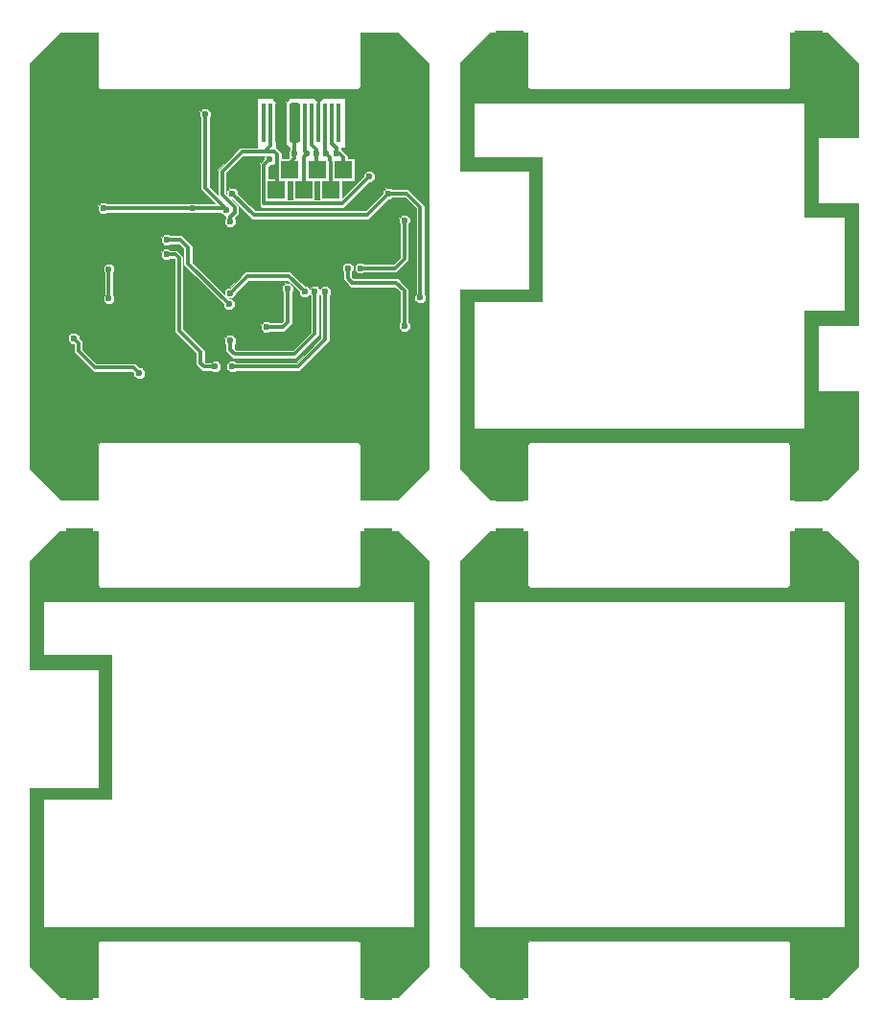
<source format=gbr>
%FSLAX34Y34*%
%MOMM*%
%LNSILK_TOP*%
G71*
G01*
%ADD10C, 0.30*%
%ADD11C, 0.60*%
%ADD12R, 0.30X3.50*%
%ADD13R, 1.50X1.50*%
%ADD14C, 0.10*%
%LPD*%
G36*
X685000Y993000D02*
X709000Y993000D01*
X709000Y945000D01*
X685000Y945000D01*
X685000Y993000D01*
G37*
G36*
X685000Y625000D02*
X709000Y625000D01*
X709000Y577000D01*
X685000Y577000D01*
X685000Y625000D01*
G37*
G36*
X421000Y625000D02*
X445000Y625000D01*
X445000Y577000D01*
X421000Y577000D01*
X421000Y625000D01*
G37*
G36*
X41000Y553000D02*
X65000Y553000D01*
X65000Y505000D01*
X41000Y505000D01*
X41000Y553000D01*
G37*
G36*
X305000Y553000D02*
X329000Y553000D01*
X329000Y505000D01*
X305000Y505000D01*
X305000Y553000D01*
G37*
G36*
X305000Y185000D02*
X329000Y185000D01*
X329000Y137000D01*
X305000Y137000D01*
X305000Y185000D01*
G37*
G36*
X41000Y185000D02*
X65000Y185000D01*
X65000Y137000D01*
X41000Y137000D01*
X41000Y185000D01*
G37*
G36*
X421000Y553000D02*
X445000Y553000D01*
X445000Y505000D01*
X421000Y505000D01*
X421000Y553000D01*
G37*
G36*
X685000Y553000D02*
X709000Y553000D01*
X709000Y505000D01*
X685000Y505000D01*
X685000Y553000D01*
G37*
G36*
X685000Y185000D02*
X709000Y185000D01*
X709000Y137000D01*
X685000Y137000D01*
X685000Y185000D01*
G37*
G36*
X421000Y185000D02*
X445000Y185000D01*
X445000Y137000D01*
X421000Y137000D01*
X421000Y185000D01*
G37*
G54D10*
X276000Y910000D02*
X276000Y893000D01*
X280000Y889000D01*
X280000Y884000D01*
G54D10*
X270000Y910000D02*
X270000Y885000D01*
X271000Y884000D01*
G54D10*
X258000Y910000D02*
X258000Y892000D01*
X262000Y888000D01*
X262000Y884000D01*
G54D10*
X252000Y910000D02*
X252000Y886000D01*
X254000Y884000D01*
G54D10*
X243000Y910000D02*
X243000Y884000D01*
X243000Y884000D02*
G54D11*
D03*
X216000Y911000D02*
G54D12*
D03*
X222000Y911000D02*
G54D12*
D03*
X228000Y911000D02*
G54D12*
D03*
X234000Y911000D02*
G54D12*
D03*
X240000Y911000D02*
G54D12*
D03*
X246000Y911000D02*
G54D12*
D03*
X252000Y911000D02*
G54D12*
D03*
X258000Y911000D02*
G54D12*
D03*
X264000Y911000D02*
G54D12*
D03*
X270000Y911000D02*
G54D12*
D03*
X276000Y911000D02*
G54D12*
D03*
X282000Y911000D02*
G54D12*
D03*
G36*
X229000Y927000D02*
X233000Y927000D01*
X233000Y895000D01*
X229000Y895000D01*
X229000Y927000D01*
G37*
G54D10*
X229000Y927000D02*
X233000Y927000D01*
X233000Y895000D01*
X229000Y895000D01*
X229000Y927000D01*
G36*
X241000Y927000D02*
X245000Y927000D01*
X245000Y895000D01*
X241000Y895000D01*
X241000Y927000D01*
G37*
G54D10*
X241000Y927000D02*
X245000Y927000D01*
X245000Y895000D01*
X241000Y895000D01*
X241000Y927000D01*
X254000Y884000D02*
G54D11*
D03*
X262000Y884000D02*
G54D11*
D03*
X271000Y884000D02*
G54D11*
D03*
X280000Y884000D02*
G54D11*
D03*
G54D10*
X222000Y900000D02*
X222000Y891000D01*
X217000Y886000D01*
X197000Y886000D01*
X179000Y868000D01*
X179000Y848000D01*
X190000Y837000D01*
X190000Y832000D01*
X186000Y828000D01*
X186000Y824000D01*
X326000Y849000D02*
G54D11*
D03*
X340000Y825000D02*
G54D11*
D03*
X340000Y732000D02*
G54D11*
D03*
X354000Y757000D02*
G54D11*
D03*
X290000Y783000D02*
G54D11*
D03*
X301000Y783000D02*
G54D11*
D03*
G54D10*
X340000Y732000D02*
X340000Y763000D01*
X333000Y770000D01*
X294000Y770000D01*
X290000Y774000D01*
X290000Y783000D01*
G54D10*
X340000Y825000D02*
X340000Y791000D01*
X332000Y783000D01*
X301000Y783000D01*
G54D10*
X354000Y825000D02*
X354000Y757000D01*
X261000Y762000D02*
G54D11*
D03*
X270000Y762000D02*
G54D11*
D03*
X186000Y719000D02*
G54D11*
D03*
X188000Y696000D02*
G54D11*
D03*
G54D10*
X186000Y719000D02*
X186000Y711000D01*
X190000Y707000D01*
X243000Y707000D01*
X261000Y725000D01*
X261000Y762000D01*
G54D10*
X188000Y696000D02*
X246000Y696000D01*
X270000Y720000D01*
X270000Y762000D01*
X130000Y808000D02*
G54D11*
D03*
X130000Y795000D02*
G54D11*
D03*
X185000Y751000D02*
G54D11*
D03*
X173000Y696000D02*
G54D11*
D03*
G54D10*
X130000Y795000D02*
X138000Y795000D01*
X141000Y792000D01*
X141000Y728000D01*
X160000Y709000D01*
X160000Y699000D01*
X163000Y696000D01*
X173000Y696000D01*
G54D10*
X130000Y808000D02*
X142000Y808000D01*
X149000Y801000D01*
X149000Y787000D01*
X185000Y751000D01*
X106000Y690000D02*
G54D11*
D03*
X48000Y721000D02*
G54D11*
D03*
G54D10*
X48000Y721000D02*
X52000Y717000D01*
X52000Y710000D01*
X67000Y695000D01*
X101000Y695000D01*
X106000Y690000D01*
G54D10*
X79000Y782000D02*
X79000Y756000D01*
X79000Y782000D02*
G54D11*
D03*
X79000Y756000D02*
G54D11*
D03*
G54D10*
X183000Y834000D02*
X181000Y836000D01*
X74000Y836000D01*
X183000Y834000D02*
G54D11*
D03*
X74000Y836000D02*
G54D11*
D03*
X186000Y824000D02*
G54D11*
D03*
X252000Y762000D02*
G54D11*
D03*
X186000Y761000D02*
G54D11*
D03*
G54D10*
X186000Y761000D02*
X201000Y776000D01*
X238000Y776000D01*
X252000Y762000D01*
X164000Y919000D02*
G54D11*
D03*
G54D10*
X164000Y919000D02*
X164000Y854000D01*
X183000Y835000D01*
X183000Y834000D01*
X309000Y864000D02*
G54D11*
D03*
X221000Y879000D02*
G54D11*
D03*
G54D10*
X221000Y879000D02*
X216000Y874000D01*
X216000Y840000D01*
X285000Y840000D01*
X309000Y864000D01*
X237000Y765000D02*
G54D11*
D03*
X218000Y731000D02*
G54D11*
D03*
G54D10*
X237000Y765000D02*
X237000Y735000D01*
X233000Y731000D01*
X218000Y731000D01*
X188000Y849000D02*
G54D11*
D03*
G54D10*
X188000Y849000D02*
X207000Y830000D01*
X307000Y830000D01*
X326000Y849000D01*
X342000Y849000D01*
X354000Y837000D01*
X354000Y825000D01*
X286000Y870000D02*
G54D13*
D03*
X263000Y870000D02*
G54D13*
D03*
X239000Y870000D02*
G54D13*
D03*
X251000Y852000D02*
G54D13*
D03*
X275000Y852000D02*
G54D13*
D03*
X227000Y852000D02*
G54D13*
D03*
G54D10*
X280000Y884000D02*
X283000Y884000D01*
X286000Y881000D01*
X286000Y870000D01*
G54D10*
X271000Y884000D02*
X274000Y881000D01*
X274000Y878000D01*
X275000Y877000D01*
X275000Y852000D01*
G54D10*
X262000Y884000D02*
X262000Y871000D01*
X263000Y870000D01*
G54D10*
X254000Y884000D02*
X251000Y881000D01*
X251000Y852000D01*
G54D10*
X243000Y884000D02*
X243000Y880000D01*
X238000Y875000D01*
G54D10*
X217000Y886000D02*
X225000Y886000D01*
X228000Y883000D01*
X228000Y853000D01*
X227000Y852000D01*
X324000Y870000D02*
G54D13*
D03*
G36*
X69000Y991000D02*
X69000Y943000D01*
X71000Y941000D01*
X299000Y941000D01*
X301000Y943000D01*
X301000Y991000D01*
X334000Y991000D01*
X361000Y964000D01*
X361000Y927000D01*
X288000Y927000D01*
X288000Y933000D01*
X9000Y933000D01*
X9000Y964000D01*
X36000Y991000D01*
X69000Y991000D01*
G37*
G54D14*
X69000Y991000D02*
X69000Y943000D01*
X71000Y941000D01*
X299000Y941000D01*
X301000Y943000D01*
X301000Y991000D01*
X334000Y991000D01*
X361000Y964000D01*
X361000Y927000D01*
X288000Y927000D01*
X288000Y933000D01*
X9000Y933000D01*
X9000Y964000D01*
X36000Y991000D01*
X69000Y991000D01*
G36*
X69000Y579000D02*
X69000Y627000D01*
X71000Y629000D01*
X299000Y629000D01*
X301000Y627000D01*
X301000Y579000D01*
X334000Y579000D01*
X361000Y606000D01*
X361000Y684000D01*
X9000Y684000D01*
X9000Y606000D01*
X36000Y579000D01*
X69000Y579000D01*
G37*
G54D14*
X69000Y579000D02*
X69000Y627000D01*
X71000Y629000D01*
X299000Y629000D01*
X301000Y627000D01*
X301000Y579000D01*
X334000Y579000D01*
X361000Y606000D01*
X361000Y684000D01*
X9000Y684000D01*
X9000Y606000D01*
X36000Y579000D01*
X69000Y579000D01*
G36*
X9000Y933000D02*
X9000Y684000D01*
X42000Y684000D01*
X42000Y933000D01*
X9000Y933000D01*
G37*
G54D14*
X9000Y933000D02*
X9000Y684000D01*
X42000Y684000D01*
X42000Y933000D01*
X9000Y933000D01*
G36*
X232000Y880000D02*
X232000Y884000D01*
X227000Y889000D01*
X239000Y889000D01*
X239000Y887000D01*
X238000Y886000D01*
X238000Y884000D01*
X238000Y880000D01*
X232000Y880000D01*
G37*
G54D14*
X232000Y880000D02*
X232000Y884000D01*
X227000Y889000D01*
X239000Y889000D01*
X239000Y887000D01*
X238000Y886000D01*
X238000Y884000D01*
X238000Y880000D01*
X232000Y880000D01*
G36*
X237000Y860000D02*
X241000Y860000D01*
X241000Y844000D01*
X237000Y844000D01*
X237000Y860000D01*
G37*
G54D14*
X237000Y860000D02*
X241000Y860000D01*
X241000Y844000D01*
X237000Y844000D01*
X237000Y860000D01*
G36*
X261000Y860000D02*
X265000Y860000D01*
X265000Y844000D01*
X261000Y844000D01*
X261000Y860000D01*
G37*
G54D14*
X261000Y860000D02*
X265000Y860000D01*
X265000Y844000D01*
X261000Y844000D01*
X261000Y860000D01*
G36*
X225000Y862000D02*
X225000Y874000D01*
X225000Y875000D01*
X224000Y874000D01*
X222000Y874000D01*
X220000Y872000D01*
X220000Y862000D01*
X225000Y862000D01*
G37*
G54D14*
X225000Y862000D02*
X225000Y874000D01*
X225000Y875000D01*
X224000Y874000D01*
X222000Y874000D01*
X220000Y872000D01*
X220000Y862000D01*
X225000Y862000D01*
G36*
X209000Y882000D02*
X198000Y882000D01*
X183000Y867000D01*
X183000Y853000D01*
X183000Y849000D01*
X183000Y851000D01*
X186000Y854000D01*
X190000Y854000D01*
X193000Y851000D01*
X193000Y850000D01*
X193000Y849000D01*
X208000Y834000D01*
X216000Y834000D01*
X212000Y838000D01*
X212000Y875000D01*
X216000Y879000D01*
X216000Y881000D01*
X217000Y882000D01*
X209000Y882000D01*
G37*
G54D14*
X209000Y882000D02*
X198000Y882000D01*
X183000Y867000D01*
X183000Y853000D01*
X183000Y849000D01*
X183000Y851000D01*
X186000Y854000D01*
X190000Y854000D01*
X193000Y851000D01*
X193000Y850000D01*
X193000Y849000D01*
X208000Y834000D01*
X216000Y834000D01*
X212000Y838000D01*
X212000Y875000D01*
X216000Y879000D01*
X216000Y881000D01*
X217000Y882000D01*
X209000Y882000D01*
G36*
X210000Y836000D02*
X210000Y834000D01*
X305000Y834000D01*
X305000Y855000D01*
X286000Y836000D01*
X210000Y836000D01*
G37*
G54D14*
X210000Y836000D02*
X210000Y834000D01*
X305000Y834000D01*
X305000Y855000D01*
X286000Y836000D01*
X210000Y836000D01*
G36*
X358000Y812000D02*
X361000Y812000D01*
X361000Y927000D01*
X288000Y927000D01*
X288000Y889000D01*
X284000Y889000D01*
X284000Y888000D01*
X290000Y882000D01*
X290000Y880000D01*
X296000Y880000D01*
X296000Y860000D01*
X285000Y860000D01*
X285000Y845000D01*
X304000Y864000D01*
X304000Y866000D01*
X307000Y869000D01*
X311000Y869000D01*
X314000Y866000D01*
X314000Y860000D01*
X314000Y862000D01*
X311000Y859000D01*
X309000Y859000D01*
X305000Y855000D01*
X305000Y834000D01*
X306000Y834000D01*
X321000Y849000D01*
X321000Y851000D01*
X324000Y854000D01*
X328000Y854000D01*
X329000Y853000D01*
X343000Y853000D01*
X358000Y838000D01*
X358000Y812000D01*
G37*
G54D14*
X358000Y812000D02*
X361000Y812000D01*
X361000Y927000D01*
X288000Y927000D01*
X288000Y889000D01*
X284000Y889000D01*
X284000Y888000D01*
X290000Y882000D01*
X290000Y880000D01*
X296000Y880000D01*
X296000Y860000D01*
X285000Y860000D01*
X285000Y845000D01*
X304000Y864000D01*
X304000Y866000D01*
X307000Y869000D01*
X311000Y869000D01*
X314000Y866000D01*
X314000Y860000D01*
X314000Y862000D01*
X311000Y859000D01*
X309000Y859000D01*
X305000Y855000D01*
X305000Y834000D01*
X306000Y834000D01*
X321000Y849000D01*
X321000Y851000D01*
X324000Y854000D01*
X328000Y854000D01*
X329000Y853000D01*
X343000Y853000D01*
X358000Y838000D01*
X358000Y812000D01*
G36*
X164000Y924000D02*
X164000Y933000D01*
X210000Y933000D01*
X210000Y889000D01*
X195000Y889000D01*
X175000Y869000D01*
X175000Y848000D01*
X168000Y855000D01*
X168000Y916000D01*
X169000Y917000D01*
X169000Y921000D01*
X166000Y924000D01*
X164000Y924000D01*
G37*
G54D14*
X164000Y924000D02*
X164000Y933000D01*
X210000Y933000D01*
X210000Y889000D01*
X195000Y889000D01*
X175000Y869000D01*
X175000Y848000D01*
X168000Y855000D01*
X168000Y916000D01*
X169000Y917000D01*
X169000Y921000D01*
X166000Y924000D01*
X164000Y924000D01*
G36*
X173000Y840000D02*
X160000Y853000D01*
X160000Y916000D01*
X159000Y917000D01*
X159000Y921000D01*
X162000Y924000D01*
X164000Y924000D01*
X164000Y933000D01*
X42000Y933000D01*
X42000Y836000D01*
X69000Y836000D01*
X69000Y838000D01*
X72000Y841000D01*
X76000Y841000D01*
X77000Y840000D01*
X173000Y840000D01*
G37*
G54D14*
X173000Y840000D02*
X160000Y853000D01*
X160000Y916000D01*
X159000Y917000D01*
X159000Y921000D01*
X162000Y924000D01*
X164000Y924000D01*
X164000Y933000D01*
X42000Y933000D01*
X42000Y836000D01*
X69000Y836000D01*
X69000Y838000D01*
X72000Y841000D01*
X76000Y841000D01*
X77000Y840000D01*
X173000Y840000D01*
G36*
X43000Y721000D02*
X43000Y719000D01*
X46000Y716000D01*
X48000Y716000D01*
X48000Y709000D01*
X66000Y691000D01*
X100000Y691000D01*
X101000Y690000D01*
X101000Y688000D01*
X104000Y685000D01*
X106000Y685000D01*
X106000Y684000D01*
X42000Y684000D01*
X42000Y721000D01*
X43000Y721000D01*
G37*
G54D14*
X43000Y721000D02*
X43000Y719000D01*
X46000Y716000D01*
X48000Y716000D01*
X48000Y709000D01*
X66000Y691000D01*
X100000Y691000D01*
X101000Y690000D01*
X101000Y688000D01*
X104000Y685000D01*
X106000Y685000D01*
X106000Y684000D01*
X42000Y684000D01*
X42000Y721000D01*
X43000Y721000D01*
G36*
X358000Y812000D02*
X361000Y812000D01*
X361000Y684000D01*
X358000Y684000D01*
X358000Y754000D01*
X359000Y755000D01*
X359000Y759000D01*
X358000Y760000D01*
X358000Y812000D01*
G37*
G54D14*
X358000Y812000D02*
X361000Y812000D01*
X361000Y684000D01*
X358000Y684000D01*
X358000Y754000D01*
X359000Y755000D01*
X359000Y759000D01*
X358000Y760000D01*
X358000Y812000D01*
G36*
X130000Y832000D02*
X130000Y813000D01*
X128000Y813000D01*
X125000Y810000D01*
X125000Y806000D01*
X128000Y803000D01*
X130000Y803000D01*
X130000Y800000D01*
X128000Y800000D01*
X125000Y797000D01*
X125000Y793000D01*
X128000Y790000D01*
X130000Y790000D01*
X132000Y790000D01*
X133000Y791000D01*
X137000Y791000D01*
X137000Y727000D01*
X156000Y708000D01*
X156000Y684000D01*
X106000Y684000D01*
X106000Y685000D01*
X108000Y685000D01*
X111000Y688000D01*
X111000Y692000D01*
X108000Y695000D01*
X106000Y695000D01*
X102000Y699000D01*
X68000Y699000D01*
X56000Y711000D01*
X56000Y718000D01*
X53000Y721000D01*
X53000Y723000D01*
X50000Y726000D01*
X46000Y726000D01*
X43000Y723000D01*
X43000Y721000D01*
X42000Y721000D01*
X42000Y836000D01*
X69000Y836000D01*
X69000Y782000D01*
X74000Y782000D01*
X74000Y780000D01*
X75000Y779000D01*
X75000Y759000D01*
X74000Y758000D01*
X74000Y754000D01*
X77000Y751000D01*
X81000Y751000D01*
X84000Y754000D01*
X84000Y758000D01*
X83000Y759000D01*
X83000Y779000D01*
X84000Y780000D01*
X84000Y832000D01*
X130000Y832000D01*
G37*
G54D14*
X130000Y832000D02*
X130000Y813000D01*
X128000Y813000D01*
X125000Y810000D01*
X125000Y806000D01*
X128000Y803000D01*
X130000Y803000D01*
X130000Y800000D01*
X128000Y800000D01*
X125000Y797000D01*
X125000Y793000D01*
X128000Y790000D01*
X130000Y790000D01*
X132000Y790000D01*
X133000Y791000D01*
X137000Y791000D01*
X137000Y727000D01*
X156000Y708000D01*
X156000Y684000D01*
X106000Y684000D01*
X106000Y685000D01*
X108000Y685000D01*
X111000Y688000D01*
X111000Y692000D01*
X108000Y695000D01*
X106000Y695000D01*
X102000Y699000D01*
X68000Y699000D01*
X56000Y711000D01*
X56000Y718000D01*
X53000Y721000D01*
X53000Y723000D01*
X50000Y726000D01*
X46000Y726000D01*
X43000Y723000D01*
X43000Y721000D01*
X42000Y721000D01*
X42000Y836000D01*
X69000Y836000D01*
X69000Y782000D01*
X74000Y782000D01*
X74000Y780000D01*
X75000Y779000D01*
X75000Y759000D01*
X74000Y758000D01*
X74000Y754000D01*
X77000Y751000D01*
X81000Y751000D01*
X84000Y754000D01*
X84000Y758000D01*
X83000Y759000D01*
X83000Y779000D01*
X84000Y780000D01*
X84000Y832000D01*
X130000Y832000D01*
G36*
X77000Y832000D02*
X84000Y832000D01*
X84000Y784000D01*
X81000Y787000D01*
X77000Y787000D01*
X74000Y784000D01*
X74000Y782000D01*
X69000Y782000D01*
X69000Y834000D01*
X71000Y832000D01*
X72000Y831000D01*
X76000Y831000D01*
X77000Y832000D01*
G37*
G54D14*
X77000Y832000D02*
X84000Y832000D01*
X84000Y784000D01*
X81000Y787000D01*
X77000Y787000D01*
X74000Y784000D01*
X74000Y782000D01*
X69000Y782000D01*
X69000Y834000D01*
X71000Y832000D01*
X72000Y831000D01*
X76000Y831000D01*
X77000Y832000D01*
G36*
X141000Y804000D02*
X145000Y800000D01*
X145000Y783000D01*
X145000Y793000D01*
X139000Y799000D01*
X133000Y799000D01*
X132000Y800000D01*
X130000Y800000D01*
X130000Y803000D01*
X132000Y803000D01*
X133000Y804000D01*
X141000Y804000D01*
G37*
G54D14*
X141000Y804000D02*
X145000Y800000D01*
X145000Y783000D01*
X145000Y793000D01*
X139000Y799000D01*
X133000Y799000D01*
X132000Y800000D01*
X130000Y800000D01*
X130000Y803000D01*
X132000Y803000D01*
X133000Y804000D01*
X141000Y804000D01*
G36*
X145000Y786000D02*
X180000Y751000D01*
X180000Y749000D01*
X183000Y746000D01*
X187000Y746000D01*
X187000Y724000D01*
X184000Y724000D01*
X181000Y721000D01*
X181000Y717000D01*
X182000Y716000D01*
X182000Y710000D01*
X164000Y710000D01*
X145000Y729000D01*
X145000Y786000D01*
G37*
G54D14*
X145000Y786000D02*
X180000Y751000D01*
X180000Y749000D01*
X183000Y746000D01*
X187000Y746000D01*
X187000Y724000D01*
X184000Y724000D01*
X181000Y721000D01*
X181000Y717000D01*
X182000Y716000D01*
X182000Y710000D01*
X164000Y710000D01*
X145000Y729000D01*
X145000Y786000D01*
G36*
X164000Y710000D02*
X182000Y710000D01*
X189000Y703000D01*
X244000Y703000D01*
X265000Y724000D01*
X265000Y759000D01*
X266000Y759000D01*
X266000Y721000D01*
X245000Y700000D01*
X191000Y700000D01*
X190000Y701000D01*
X186000Y701000D01*
X183000Y698000D01*
X183000Y696000D01*
X178000Y696000D01*
X178000Y698000D01*
X175000Y701000D01*
X171000Y701000D01*
X170000Y700000D01*
X164000Y700000D01*
X164000Y710000D01*
G37*
G54D14*
X164000Y710000D02*
X182000Y710000D01*
X189000Y703000D01*
X244000Y703000D01*
X265000Y724000D01*
X265000Y759000D01*
X266000Y759000D01*
X266000Y721000D01*
X245000Y700000D01*
X191000Y700000D01*
X190000Y701000D01*
X186000Y701000D01*
X183000Y698000D01*
X183000Y696000D01*
X178000Y696000D01*
X178000Y698000D01*
X175000Y701000D01*
X171000Y701000D01*
X170000Y700000D01*
X164000Y700000D01*
X164000Y710000D01*
G36*
X191000Y711000D02*
X190000Y712000D01*
X190000Y716000D01*
X191000Y717000D01*
X191000Y721000D01*
X188000Y724000D01*
X187000Y724000D01*
X187000Y746000D01*
X190000Y749000D01*
X190000Y753000D01*
X187000Y756000D01*
X185000Y756000D01*
X187000Y756000D01*
X188000Y756000D01*
X191000Y759000D01*
X191000Y761000D01*
X202000Y772000D01*
X237000Y772000D01*
X237000Y770000D01*
X235000Y770000D01*
X232000Y767000D01*
X232000Y763000D01*
X233000Y762000D01*
X233000Y736000D01*
X232000Y735000D01*
X221000Y735000D01*
X220000Y736000D01*
X216000Y736000D01*
X213000Y733000D01*
X213000Y729000D01*
X216000Y726000D01*
X220000Y726000D01*
X221000Y727000D01*
X225000Y727000D01*
X225000Y711000D01*
X191000Y711000D01*
G37*
G54D14*
X191000Y711000D02*
X190000Y712000D01*
X190000Y716000D01*
X191000Y717000D01*
X191000Y721000D01*
X188000Y724000D01*
X187000Y724000D01*
X187000Y746000D01*
X190000Y749000D01*
X190000Y753000D01*
X187000Y756000D01*
X185000Y756000D01*
X187000Y756000D01*
X188000Y756000D01*
X191000Y759000D01*
X191000Y761000D01*
X202000Y772000D01*
X237000Y772000D01*
X237000Y770000D01*
X235000Y770000D01*
X232000Y767000D01*
X232000Y763000D01*
X233000Y762000D01*
X233000Y736000D01*
X232000Y735000D01*
X221000Y735000D01*
X220000Y736000D01*
X216000Y736000D01*
X213000Y733000D01*
X213000Y729000D01*
X216000Y726000D01*
X220000Y726000D01*
X221000Y727000D01*
X225000Y727000D01*
X225000Y711000D01*
X191000Y711000D01*
G36*
X225000Y711000D02*
X225000Y727000D01*
X234000Y727000D01*
X241000Y734000D01*
X241000Y762000D01*
X242000Y763000D01*
X242000Y767000D01*
X239000Y770000D01*
X237000Y770000D01*
X237000Y772000D01*
X247000Y762000D01*
X247000Y760000D01*
X250000Y757000D01*
X254000Y757000D01*
X256000Y759000D01*
X257000Y759000D01*
X257000Y726000D01*
X242000Y711000D01*
X225000Y711000D01*
G37*
G54D14*
X225000Y711000D02*
X225000Y727000D01*
X234000Y727000D01*
X241000Y734000D01*
X241000Y762000D01*
X242000Y763000D01*
X242000Y767000D01*
X239000Y770000D01*
X237000Y770000D01*
X237000Y772000D01*
X247000Y762000D01*
X247000Y760000D01*
X250000Y757000D01*
X254000Y757000D01*
X256000Y759000D01*
X257000Y759000D01*
X257000Y726000D01*
X242000Y711000D01*
X225000Y711000D01*
G36*
X217000Y780000D02*
X200000Y780000D01*
X186000Y766000D01*
X184000Y766000D01*
X181000Y763000D01*
X181000Y760000D01*
X153000Y788000D01*
X153000Y802000D01*
X143000Y812000D01*
X133000Y812000D01*
X132000Y813000D01*
X130000Y813000D01*
X130000Y832000D01*
X178000Y832000D01*
X180000Y830000D01*
X181000Y829000D01*
X182000Y828000D01*
X182000Y827000D01*
X181000Y826000D01*
X181000Y822000D01*
X184000Y819000D01*
X188000Y819000D01*
X191000Y822000D01*
X191000Y826000D01*
X190000Y827000D01*
X194000Y831000D01*
X194000Y838000D01*
X188000Y844000D01*
X206000Y826000D01*
X217000Y826000D01*
X217000Y780000D01*
G37*
G54D14*
X217000Y780000D02*
X200000Y780000D01*
X186000Y766000D01*
X184000Y766000D01*
X181000Y763000D01*
X181000Y760000D01*
X153000Y788000D01*
X153000Y802000D01*
X143000Y812000D01*
X133000Y812000D01*
X132000Y813000D01*
X130000Y813000D01*
X130000Y832000D01*
X178000Y832000D01*
X180000Y830000D01*
X181000Y829000D01*
X182000Y828000D01*
X182000Y827000D01*
X181000Y826000D01*
X181000Y822000D01*
X184000Y819000D01*
X188000Y819000D01*
X191000Y822000D01*
X191000Y826000D01*
X190000Y827000D01*
X194000Y831000D01*
X194000Y838000D01*
X188000Y844000D01*
X206000Y826000D01*
X217000Y826000D01*
X217000Y780000D01*
G54D14*
X262000Y826000D02*
X290000Y826000D01*
X290000Y788000D01*
X288000Y788000D01*
X285000Y785000D01*
X285000Y781000D01*
X286000Y780000D01*
X286000Y762000D01*
X275000Y762000D01*
X275000Y764000D01*
X272000Y767000D01*
X268000Y767000D01*
X266000Y765000D01*
X265000Y765000D01*
X263000Y767000D01*
X259000Y767000D01*
X257000Y765000D01*
X256000Y765000D01*
X254000Y767000D01*
X252000Y767000D01*
X239000Y780000D01*
X217000Y780000D01*
X217000Y826000D01*
X262000Y826000D01*
G36*
X290000Y826000D02*
X290000Y788000D01*
X288000Y788000D01*
X285000Y785000D01*
X285000Y781000D01*
X286000Y780000D01*
X286000Y762000D01*
X275000Y762000D01*
X275000Y764000D01*
X272000Y767000D01*
X268000Y767000D01*
X266000Y765000D01*
X265000Y765000D01*
X263000Y767000D01*
X259000Y767000D01*
X257000Y765000D01*
X256000Y765000D01*
X254000Y767000D01*
X252000Y767000D01*
X239000Y780000D01*
X217000Y780000D01*
X217000Y826000D01*
X290000Y826000D01*
G37*
G54D14*
X290000Y826000D02*
X290000Y788000D01*
X288000Y788000D01*
X285000Y785000D01*
X285000Y781000D01*
X286000Y780000D01*
X286000Y762000D01*
X275000Y762000D01*
X275000Y764000D01*
X272000Y767000D01*
X268000Y767000D01*
X266000Y765000D01*
X265000Y765000D01*
X263000Y767000D01*
X259000Y767000D01*
X257000Y765000D01*
X256000Y765000D01*
X254000Y767000D01*
X252000Y767000D01*
X239000Y780000D01*
X217000Y780000D01*
X217000Y826000D01*
X290000Y826000D01*
G36*
X345000Y732000D02*
X345000Y734000D01*
X344000Y735000D01*
X344000Y764000D01*
X334000Y774000D01*
X295000Y774000D01*
X294000Y775000D01*
X294000Y780000D01*
X295000Y781000D01*
X295000Y783000D01*
X296000Y783000D01*
X296000Y781000D01*
X299000Y778000D01*
X303000Y778000D01*
X304000Y779000D01*
X333000Y779000D01*
X344000Y790000D01*
X344000Y822000D01*
X345000Y823000D01*
X345000Y827000D01*
X342000Y830000D01*
X338000Y830000D01*
X335000Y827000D01*
X335000Y823000D01*
X336000Y822000D01*
X336000Y792000D01*
X331000Y787000D01*
X304000Y787000D01*
X303000Y788000D01*
X299000Y788000D01*
X296000Y785000D01*
X296000Y783000D01*
X295000Y783000D01*
X295000Y785000D01*
X292000Y788000D01*
X290000Y788000D01*
X290000Y826000D01*
X308000Y826000D01*
X326000Y844000D01*
X328000Y844000D01*
X329000Y845000D01*
X341000Y845000D01*
X350000Y836000D01*
X350000Y760000D01*
X349000Y759000D01*
X349000Y755000D01*
X352000Y752000D01*
X356000Y752000D01*
X358000Y754000D01*
X358000Y732000D01*
X345000Y732000D01*
G37*
G54D14*
X345000Y732000D02*
X345000Y734000D01*
X344000Y735000D01*
X344000Y764000D01*
X334000Y774000D01*
X295000Y774000D01*
X294000Y775000D01*
X294000Y780000D01*
X295000Y781000D01*
X295000Y783000D01*
X296000Y783000D01*
X296000Y781000D01*
X299000Y778000D01*
X303000Y778000D01*
X304000Y779000D01*
X333000Y779000D01*
X344000Y790000D01*
X344000Y822000D01*
X345000Y823000D01*
X345000Y827000D01*
X342000Y830000D01*
X338000Y830000D01*
X335000Y827000D01*
X335000Y823000D01*
X336000Y822000D01*
X336000Y792000D01*
X331000Y787000D01*
X304000Y787000D01*
X303000Y788000D01*
X299000Y788000D01*
X296000Y785000D01*
X296000Y783000D01*
X295000Y783000D01*
X295000Y785000D01*
X292000Y788000D01*
X290000Y788000D01*
X290000Y826000D01*
X308000Y826000D01*
X326000Y844000D01*
X328000Y844000D01*
X329000Y845000D01*
X341000Y845000D01*
X350000Y836000D01*
X350000Y760000D01*
X349000Y759000D01*
X349000Y755000D01*
X352000Y752000D01*
X356000Y752000D01*
X358000Y754000D01*
X358000Y732000D01*
X345000Y732000D01*
G36*
X332000Y766000D02*
X336000Y762000D01*
X336000Y735000D01*
X335000Y734000D01*
X335000Y730000D01*
X338000Y727000D01*
X342000Y727000D01*
X345000Y730000D01*
X345000Y732000D01*
X358000Y732000D01*
X358000Y684000D01*
X156000Y684000D01*
X156000Y698000D01*
X162000Y692000D01*
X170000Y692000D01*
X171000Y691000D01*
X175000Y691000D01*
X178000Y694000D01*
X178000Y696000D01*
X183000Y696000D01*
X183000Y694000D01*
X186000Y691000D01*
X190000Y691000D01*
X191000Y692000D01*
X247000Y692000D01*
X274000Y719000D01*
X274000Y759000D01*
X275000Y760000D01*
X275000Y762000D01*
X286000Y762000D01*
X286000Y773000D01*
X293000Y766000D01*
X332000Y766000D01*
G37*
G54D14*
X332000Y766000D02*
X336000Y762000D01*
X336000Y735000D01*
X335000Y734000D01*
X335000Y730000D01*
X338000Y727000D01*
X342000Y727000D01*
X345000Y730000D01*
X345000Y732000D01*
X358000Y732000D01*
X358000Y684000D01*
X156000Y684000D01*
X156000Y698000D01*
X162000Y692000D01*
X170000Y692000D01*
X171000Y691000D01*
X175000Y691000D01*
X178000Y694000D01*
X178000Y696000D01*
X183000Y696000D01*
X183000Y694000D01*
X186000Y691000D01*
X190000Y691000D01*
X191000Y692000D01*
X247000Y692000D01*
X274000Y719000D01*
X274000Y759000D01*
X275000Y760000D01*
X275000Y762000D01*
X286000Y762000D01*
X286000Y773000D01*
X293000Y766000D01*
X332000Y766000D01*
G36*
X227000Y928000D02*
X227000Y929000D01*
X223000Y933000D01*
X239000Y933000D01*
X235000Y929000D01*
X235000Y928000D01*
X227000Y928000D01*
G37*
G54D14*
X227000Y928000D02*
X227000Y929000D01*
X223000Y933000D01*
X239000Y933000D01*
X235000Y929000D01*
X235000Y928000D01*
X227000Y928000D01*
G36*
X227000Y894000D02*
X227000Y889000D01*
X239000Y889000D01*
X235000Y893000D01*
X235000Y894000D01*
X227000Y894000D01*
G37*
G54D14*
X227000Y894000D02*
X227000Y889000D01*
X239000Y889000D01*
X235000Y893000D01*
X235000Y894000D01*
X227000Y894000D01*
G36*
X265000Y928000D02*
X265000Y930000D01*
X268000Y933000D01*
X260000Y933000D01*
X263000Y930000D01*
X263000Y928000D01*
X265000Y928000D01*
G37*
G54D14*
X265000Y928000D02*
X265000Y930000D01*
X268000Y933000D01*
X260000Y933000D01*
X263000Y930000D01*
X263000Y928000D01*
X265000Y928000D01*
X200000Y899000D02*
G54D11*
D03*
X317000Y911000D02*
G54D11*
D03*
X22000Y875000D02*
G54D11*
D03*
X198000Y871000D02*
G54D11*
D03*
X211000Y719000D02*
G54D11*
D03*
X211000Y686000D02*
G54D11*
D03*
X290000Y686000D02*
G54D11*
D03*
X290000Y719000D02*
G54D11*
D03*
X313000Y757000D02*
G54D11*
D03*
X199000Y784000D02*
G54D11*
D03*
X225000Y797000D02*
G54D11*
D03*
X234000Y806000D02*
G54D11*
D03*
X243000Y797000D02*
G54D11*
D03*
X252000Y806000D02*
G54D11*
D03*
X261000Y797000D02*
G54D11*
D03*
X270000Y806000D02*
G54D11*
D03*
X225000Y815000D02*
G54D11*
D03*
X243000Y815000D02*
G54D11*
D03*
X262000Y814000D02*
G54D11*
D03*
X142000Y658000D02*
G54D11*
D03*
G36*
X449000Y579000D02*
X449000Y627000D01*
X451000Y629000D01*
X679000Y629000D01*
X681000Y627000D01*
X681000Y579000D01*
X714000Y579000D01*
X741000Y606000D01*
X741000Y641000D01*
X389000Y641000D01*
X389000Y606000D01*
X416000Y579000D01*
X449000Y579000D01*
G37*
G54D14*
X449000Y579000D02*
X449000Y627000D01*
X451000Y629000D01*
X679000Y629000D01*
X681000Y627000D01*
X681000Y579000D01*
X714000Y579000D01*
X741000Y606000D01*
X741000Y641000D01*
X389000Y641000D01*
X389000Y606000D01*
X416000Y579000D01*
X449000Y579000D01*
G36*
X449000Y991000D02*
X449000Y943000D01*
X451000Y941000D01*
X679000Y941000D01*
X681000Y943000D01*
X681000Y991000D01*
X714000Y991000D01*
X741000Y964000D01*
X741000Y929000D01*
X389000Y929000D01*
X389000Y964000D01*
X416000Y991000D01*
X449000Y991000D01*
G37*
G54D14*
X449000Y991000D02*
X449000Y943000D01*
X451000Y941000D01*
X679000Y941000D01*
X681000Y943000D01*
X681000Y991000D01*
X714000Y991000D01*
X741000Y964000D01*
X741000Y929000D01*
X389000Y929000D01*
X389000Y964000D01*
X416000Y991000D01*
X449000Y991000D01*
G36*
X389000Y929000D02*
X401000Y929000D01*
X401000Y881000D01*
X461000Y881000D01*
X461000Y754000D01*
X401000Y754000D01*
X401000Y641000D01*
X389000Y641000D01*
X389000Y764000D01*
X450000Y764000D01*
X450000Y869000D01*
X389000Y869000D01*
X389000Y929000D01*
G37*
G54D14*
X389000Y929000D02*
X401000Y929000D01*
X401000Y881000D01*
X461000Y881000D01*
X461000Y754000D01*
X401000Y754000D01*
X401000Y641000D01*
X389000Y641000D01*
X389000Y764000D01*
X450000Y764000D01*
X450000Y869000D01*
X389000Y869000D01*
X389000Y929000D01*
G36*
X741000Y899000D02*
X705000Y899000D01*
X705000Y840000D01*
X741000Y840000D01*
X741000Y733000D01*
X705000Y733000D01*
X705000Y674000D01*
X741000Y674000D01*
X741000Y641000D01*
X693000Y641000D01*
X693000Y745000D01*
X729000Y745000D01*
X729000Y828000D01*
X693000Y828000D01*
X693000Y929000D01*
X741000Y929000D01*
X741000Y899000D01*
G37*
G54D14*
X741000Y899000D02*
X705000Y899000D01*
X705000Y840000D01*
X741000Y840000D01*
X741000Y733000D01*
X705000Y733000D01*
X705000Y674000D01*
X741000Y674000D01*
X741000Y641000D01*
X693000Y641000D01*
X693000Y745000D01*
X729000Y745000D01*
X729000Y828000D01*
X693000Y828000D01*
X693000Y929000D01*
X741000Y929000D01*
X741000Y899000D01*
G36*
X69000Y139000D02*
X69000Y187000D01*
X71000Y189000D01*
X299000Y189000D01*
X301000Y187000D01*
X301000Y139000D01*
X334000Y139000D01*
X361000Y166000D01*
X361000Y201000D01*
X9000Y201000D01*
X9000Y166000D01*
X36000Y139000D01*
X69000Y139000D01*
G37*
G54D14*
X69000Y139000D02*
X69000Y187000D01*
X71000Y189000D01*
X299000Y189000D01*
X301000Y187000D01*
X301000Y139000D01*
X334000Y139000D01*
X361000Y166000D01*
X361000Y201000D01*
X9000Y201000D01*
X9000Y166000D01*
X36000Y139000D01*
X69000Y139000D01*
G36*
X69000Y551000D02*
X69000Y503000D01*
X71000Y501000D01*
X299000Y501000D01*
X301000Y503000D01*
X301000Y551000D01*
X334000Y551000D01*
X361000Y524000D01*
X361000Y489000D01*
X9000Y489000D01*
X9000Y524000D01*
X36000Y551000D01*
X69000Y551000D01*
G37*
G54D14*
X69000Y551000D02*
X69000Y503000D01*
X71000Y501000D01*
X299000Y501000D01*
X301000Y503000D01*
X301000Y551000D01*
X334000Y551000D01*
X361000Y524000D01*
X361000Y489000D01*
X9000Y489000D01*
X9000Y524000D01*
X36000Y551000D01*
X69000Y551000D01*
G36*
X349000Y489000D02*
X361000Y489000D01*
X361000Y201000D01*
X349000Y201000D01*
X349000Y489000D01*
G37*
G54D14*
X349000Y489000D02*
X361000Y489000D01*
X361000Y201000D01*
X349000Y201000D01*
X349000Y489000D01*
G36*
X9000Y489000D02*
X21000Y489000D01*
X21000Y441000D01*
X81000Y441000D01*
X81000Y314000D01*
X21000Y314000D01*
X21000Y201000D01*
X9000Y201000D01*
X9000Y324000D01*
X70000Y324000D01*
X70000Y429000D01*
X9000Y429000D01*
X9000Y489000D01*
G37*
G54D14*
X9000Y489000D02*
X21000Y489000D01*
X21000Y441000D01*
X81000Y441000D01*
X81000Y314000D01*
X21000Y314000D01*
X21000Y201000D01*
X9000Y201000D01*
X9000Y324000D01*
X70000Y324000D01*
X70000Y429000D01*
X9000Y429000D01*
X9000Y489000D01*
G36*
X449000Y139000D02*
X449000Y187000D01*
X451000Y189000D01*
X679000Y189000D01*
X681000Y187000D01*
X681000Y139000D01*
X714000Y139000D01*
X741000Y166000D01*
X741000Y201000D01*
X389000Y201000D01*
X389000Y166000D01*
X416000Y139000D01*
X449000Y139000D01*
G37*
G54D14*
X449000Y139000D02*
X449000Y187000D01*
X451000Y189000D01*
X679000Y189000D01*
X681000Y187000D01*
X681000Y139000D01*
X714000Y139000D01*
X741000Y166000D01*
X741000Y201000D01*
X389000Y201000D01*
X389000Y166000D01*
X416000Y139000D01*
X449000Y139000D01*
G36*
X449000Y551000D02*
X449000Y503000D01*
X451000Y501000D01*
X679000Y501000D01*
X681000Y503000D01*
X681000Y551000D01*
X714000Y551000D01*
X741000Y524000D01*
X741000Y489000D01*
X389000Y489000D01*
X389000Y524000D01*
X416000Y551000D01*
X449000Y551000D01*
G37*
G54D14*
X449000Y551000D02*
X449000Y503000D01*
X451000Y501000D01*
X679000Y501000D01*
X681000Y503000D01*
X681000Y551000D01*
X714000Y551000D01*
X741000Y524000D01*
X741000Y489000D01*
X389000Y489000D01*
X389000Y524000D01*
X416000Y551000D01*
X449000Y551000D01*
G36*
X389000Y489000D02*
X401000Y489000D01*
X401000Y201000D01*
X389000Y201000D01*
X389000Y489000D01*
G37*
G54D14*
X389000Y489000D02*
X401000Y489000D01*
X401000Y201000D01*
X389000Y201000D01*
X389000Y489000D01*
G36*
X729000Y489000D02*
X741000Y489000D01*
X741000Y201000D01*
X729000Y201000D01*
X729000Y489000D01*
G37*
G54D14*
X729000Y489000D02*
X741000Y489000D01*
X741000Y201000D01*
X729000Y201000D01*
X729000Y489000D01*
X21000Y850000D02*
G54D11*
D03*
X37000Y850000D02*
G54D11*
D03*
X53000Y850000D02*
G54D11*
D03*
X21000Y783000D02*
G54D11*
D03*
X37000Y783000D02*
G54D11*
D03*
X53000Y783000D02*
G54D11*
D03*
X21000Y833000D02*
G54D11*
D03*
X21000Y817000D02*
G54D11*
D03*
X21000Y801000D02*
G54D11*
D03*
G36*
X421000Y993000D02*
X445000Y993000D01*
X445000Y945000D01*
X421000Y945000D01*
X421000Y993000D01*
G37*
X153000Y836000D02*
G54D11*
D03*
M02*

</source>
